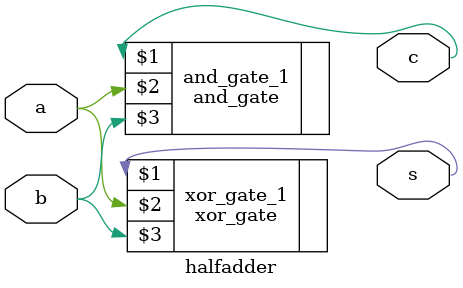
<source format=v>
module halfadder(s,c,a,b);

output s,c;
input a,b;

xor_gate xor_gate_1(s,a,b);
and_gate and_gate_1(c,a,b);


endmodule

</source>
